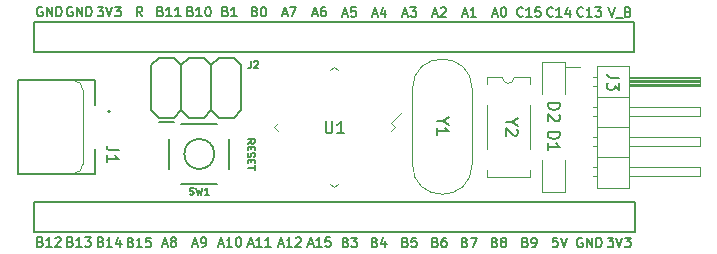
<source format=gbr>
%TF.GenerationSoftware,KiCad,Pcbnew,(5.1.9)-1*%
%TF.CreationDate,2021-02-16T15:18:36+08:00*%
%TF.ProjectId,STM32_Core_Board,53544d33-325f-4436-9f72-655f426f6172,rev?*%
%TF.SameCoordinates,Original*%
%TF.FileFunction,Legend,Top*%
%TF.FilePolarity,Positive*%
%FSLAX46Y46*%
G04 Gerber Fmt 4.6, Leading zero omitted, Abs format (unit mm)*
G04 Created by KiCad (PCBNEW (5.1.9)-1) date 2021-02-16 15:18:36*
%MOMM*%
%LPD*%
G01*
G04 APERTURE LIST*
%ADD10C,0.150000*%
%ADD11C,0.200000*%
%ADD12C,0.120000*%
%ADD13C,0.100000*%
%ADD14C,0.127000*%
%ADD15C,0.203200*%
G04 APERTURE END LIST*
D10*
X100679371Y-140989104D02*
X100946038Y-141789104D01*
X101212704Y-140989104D01*
X101288895Y-141865295D02*
X101898419Y-141865295D01*
X102355561Y-141370057D02*
X102469847Y-141408152D01*
X102507942Y-141446247D01*
X102546038Y-141522438D01*
X102546038Y-141636723D01*
X102507942Y-141712914D01*
X102469847Y-141751009D01*
X102393657Y-141789104D01*
X102088895Y-141789104D01*
X102088895Y-140989104D01*
X102355561Y-140989104D01*
X102431752Y-141027200D01*
X102469847Y-141065295D01*
X102507942Y-141141485D01*
X102507942Y-141217676D01*
X102469847Y-141293866D01*
X102431752Y-141331961D01*
X102355561Y-141370057D01*
X102088895Y-141370057D01*
X98545714Y-141712914D02*
X98507619Y-141751009D01*
X98393333Y-141789104D01*
X98317142Y-141789104D01*
X98202857Y-141751009D01*
X98126666Y-141674819D01*
X98088571Y-141598628D01*
X98050476Y-141446247D01*
X98050476Y-141331961D01*
X98088571Y-141179580D01*
X98126666Y-141103390D01*
X98202857Y-141027200D01*
X98317142Y-140989104D01*
X98393333Y-140989104D01*
X98507619Y-141027200D01*
X98545714Y-141065295D01*
X99307619Y-141789104D02*
X98850476Y-141789104D01*
X99079047Y-141789104D02*
X99079047Y-140989104D01*
X99002857Y-141103390D01*
X98926666Y-141179580D01*
X98850476Y-141217676D01*
X99574285Y-140989104D02*
X100069523Y-140989104D01*
X99802857Y-141293866D01*
X99917142Y-141293866D01*
X99993333Y-141331961D01*
X100031428Y-141370057D01*
X100069523Y-141446247D01*
X100069523Y-141636723D01*
X100031428Y-141712914D01*
X99993333Y-141751009D01*
X99917142Y-141789104D01*
X99688571Y-141789104D01*
X99612380Y-141751009D01*
X99574285Y-141712914D01*
X95980314Y-141712914D02*
X95942219Y-141751009D01*
X95827933Y-141789104D01*
X95751742Y-141789104D01*
X95637457Y-141751009D01*
X95561266Y-141674819D01*
X95523171Y-141598628D01*
X95485076Y-141446247D01*
X95485076Y-141331961D01*
X95523171Y-141179580D01*
X95561266Y-141103390D01*
X95637457Y-141027200D01*
X95751742Y-140989104D01*
X95827933Y-140989104D01*
X95942219Y-141027200D01*
X95980314Y-141065295D01*
X96742219Y-141789104D02*
X96285076Y-141789104D01*
X96513647Y-141789104D02*
X96513647Y-140989104D01*
X96437457Y-141103390D01*
X96361266Y-141179580D01*
X96285076Y-141217676D01*
X97427933Y-141255771D02*
X97427933Y-141789104D01*
X97237457Y-140951009D02*
X97046980Y-141522438D01*
X97542219Y-141522438D01*
X93440314Y-141712914D02*
X93402219Y-141751009D01*
X93287933Y-141789104D01*
X93211742Y-141789104D01*
X93097457Y-141751009D01*
X93021266Y-141674819D01*
X92983171Y-141598628D01*
X92945076Y-141446247D01*
X92945076Y-141331961D01*
X92983171Y-141179580D01*
X93021266Y-141103390D01*
X93097457Y-141027200D01*
X93211742Y-140989104D01*
X93287933Y-140989104D01*
X93402219Y-141027200D01*
X93440314Y-141065295D01*
X94202219Y-141789104D02*
X93745076Y-141789104D01*
X93973647Y-141789104D02*
X93973647Y-140989104D01*
X93897457Y-141103390D01*
X93821266Y-141179580D01*
X93745076Y-141217676D01*
X94926028Y-140989104D02*
X94545076Y-140989104D01*
X94506980Y-141370057D01*
X94545076Y-141331961D01*
X94621266Y-141293866D01*
X94811742Y-141293866D01*
X94887933Y-141331961D01*
X94926028Y-141370057D01*
X94964123Y-141446247D01*
X94964123Y-141636723D01*
X94926028Y-141712914D01*
X94887933Y-141751009D01*
X94811742Y-141789104D01*
X94621266Y-141789104D01*
X94545076Y-141751009D01*
X94506980Y-141712914D01*
X90868571Y-141560533D02*
X91249523Y-141560533D01*
X90792380Y-141789104D02*
X91059047Y-140989104D01*
X91325714Y-141789104D01*
X91744761Y-140989104D02*
X91820952Y-140989104D01*
X91897142Y-141027200D01*
X91935238Y-141065295D01*
X91973333Y-141141485D01*
X92011428Y-141293866D01*
X92011428Y-141484342D01*
X91973333Y-141636723D01*
X91935238Y-141712914D01*
X91897142Y-141751009D01*
X91820952Y-141789104D01*
X91744761Y-141789104D01*
X91668571Y-141751009D01*
X91630476Y-141712914D01*
X91592380Y-141636723D01*
X91554285Y-141484342D01*
X91554285Y-141293866D01*
X91592380Y-141141485D01*
X91630476Y-141065295D01*
X91668571Y-141027200D01*
X91744761Y-140989104D01*
X88328571Y-141560533D02*
X88709523Y-141560533D01*
X88252380Y-141789104D02*
X88519047Y-140989104D01*
X88785714Y-141789104D01*
X89471428Y-141789104D02*
X89014285Y-141789104D01*
X89242857Y-141789104D02*
X89242857Y-140989104D01*
X89166666Y-141103390D01*
X89090476Y-141179580D01*
X89014285Y-141217676D01*
X85813971Y-141560533D02*
X86194923Y-141560533D01*
X85737780Y-141789104D02*
X86004447Y-140989104D01*
X86271114Y-141789104D01*
X86499685Y-141065295D02*
X86537780Y-141027200D01*
X86613971Y-140989104D01*
X86804447Y-140989104D01*
X86880638Y-141027200D01*
X86918733Y-141065295D01*
X86956828Y-141141485D01*
X86956828Y-141217676D01*
X86918733Y-141331961D01*
X86461590Y-141789104D01*
X86956828Y-141789104D01*
X83273971Y-141560533D02*
X83654923Y-141560533D01*
X83197780Y-141789104D02*
X83464447Y-140989104D01*
X83731114Y-141789104D01*
X83921590Y-140989104D02*
X84416828Y-140989104D01*
X84150161Y-141293866D01*
X84264447Y-141293866D01*
X84340638Y-141331961D01*
X84378733Y-141370057D01*
X84416828Y-141446247D01*
X84416828Y-141636723D01*
X84378733Y-141712914D01*
X84340638Y-141751009D01*
X84264447Y-141789104D01*
X84035876Y-141789104D01*
X83959685Y-141751009D01*
X83921590Y-141712914D01*
X80708571Y-141560533D02*
X81089523Y-141560533D01*
X80632380Y-141789104D02*
X80899047Y-140989104D01*
X81165714Y-141789104D01*
X81775238Y-141255771D02*
X81775238Y-141789104D01*
X81584761Y-140951009D02*
X81394285Y-141522438D01*
X81889523Y-141522438D01*
X78168571Y-141560533D02*
X78549523Y-141560533D01*
X78092380Y-141789104D02*
X78359047Y-140989104D01*
X78625714Y-141789104D01*
X79273333Y-140989104D02*
X78892380Y-140989104D01*
X78854285Y-141370057D01*
X78892380Y-141331961D01*
X78968571Y-141293866D01*
X79159047Y-141293866D01*
X79235238Y-141331961D01*
X79273333Y-141370057D01*
X79311428Y-141446247D01*
X79311428Y-141636723D01*
X79273333Y-141712914D01*
X79235238Y-141751009D01*
X79159047Y-141789104D01*
X78968571Y-141789104D01*
X78892380Y-141751009D01*
X78854285Y-141712914D01*
X75628571Y-141535133D02*
X76009523Y-141535133D01*
X75552380Y-141763704D02*
X75819047Y-140963704D01*
X76085714Y-141763704D01*
X76695238Y-140963704D02*
X76542857Y-140963704D01*
X76466666Y-141001800D01*
X76428571Y-141039895D01*
X76352380Y-141154180D01*
X76314285Y-141306561D01*
X76314285Y-141611323D01*
X76352380Y-141687514D01*
X76390476Y-141725609D01*
X76466666Y-141763704D01*
X76619047Y-141763704D01*
X76695238Y-141725609D01*
X76733333Y-141687514D01*
X76771428Y-141611323D01*
X76771428Y-141420847D01*
X76733333Y-141344657D01*
X76695238Y-141306561D01*
X76619047Y-141268466D01*
X76466666Y-141268466D01*
X76390476Y-141306561D01*
X76352380Y-141344657D01*
X76314285Y-141420847D01*
X73088571Y-141535133D02*
X73469523Y-141535133D01*
X73012380Y-141763704D02*
X73279047Y-140963704D01*
X73545714Y-141763704D01*
X73736190Y-140963704D02*
X74269523Y-140963704D01*
X73926666Y-141763704D01*
X70770790Y-141344657D02*
X70885076Y-141382752D01*
X70923171Y-141420847D01*
X70961266Y-141497038D01*
X70961266Y-141611323D01*
X70923171Y-141687514D01*
X70885076Y-141725609D01*
X70808885Y-141763704D01*
X70504123Y-141763704D01*
X70504123Y-140963704D01*
X70770790Y-140963704D01*
X70846980Y-141001800D01*
X70885076Y-141039895D01*
X70923171Y-141116085D01*
X70923171Y-141192276D01*
X70885076Y-141268466D01*
X70846980Y-141306561D01*
X70770790Y-141344657D01*
X70504123Y-141344657D01*
X71456504Y-140963704D02*
X71532695Y-140963704D01*
X71608885Y-141001800D01*
X71646980Y-141039895D01*
X71685076Y-141116085D01*
X71723171Y-141268466D01*
X71723171Y-141458942D01*
X71685076Y-141611323D01*
X71646980Y-141687514D01*
X71608885Y-141725609D01*
X71532695Y-141763704D01*
X71456504Y-141763704D01*
X71380314Y-141725609D01*
X71342219Y-141687514D01*
X71304123Y-141611323D01*
X71266028Y-141458942D01*
X71266028Y-141268466D01*
X71304123Y-141116085D01*
X71342219Y-141039895D01*
X71380314Y-141001800D01*
X71456504Y-140963704D01*
X68256190Y-141344657D02*
X68370476Y-141382752D01*
X68408571Y-141420847D01*
X68446666Y-141497038D01*
X68446666Y-141611323D01*
X68408571Y-141687514D01*
X68370476Y-141725609D01*
X68294285Y-141763704D01*
X67989523Y-141763704D01*
X67989523Y-140963704D01*
X68256190Y-140963704D01*
X68332380Y-141001800D01*
X68370476Y-141039895D01*
X68408571Y-141116085D01*
X68408571Y-141192276D01*
X68370476Y-141268466D01*
X68332380Y-141306561D01*
X68256190Y-141344657D01*
X67989523Y-141344657D01*
X69208571Y-141763704D02*
X68751428Y-141763704D01*
X68980000Y-141763704D02*
X68980000Y-140963704D01*
X68903809Y-141077990D01*
X68827619Y-141154180D01*
X68751428Y-141192276D01*
X65309838Y-141344657D02*
X65424123Y-141382752D01*
X65462219Y-141420847D01*
X65500314Y-141497038D01*
X65500314Y-141611323D01*
X65462219Y-141687514D01*
X65424123Y-141725609D01*
X65347933Y-141763704D01*
X65043171Y-141763704D01*
X65043171Y-140963704D01*
X65309838Y-140963704D01*
X65386028Y-141001800D01*
X65424123Y-141039895D01*
X65462219Y-141116085D01*
X65462219Y-141192276D01*
X65424123Y-141268466D01*
X65386028Y-141306561D01*
X65309838Y-141344657D01*
X65043171Y-141344657D01*
X66262219Y-141763704D02*
X65805076Y-141763704D01*
X66033647Y-141763704D02*
X66033647Y-140963704D01*
X65957457Y-141077990D01*
X65881266Y-141154180D01*
X65805076Y-141192276D01*
X66757457Y-140963704D02*
X66833647Y-140963704D01*
X66909838Y-141001800D01*
X66947933Y-141039895D01*
X66986028Y-141116085D01*
X67024123Y-141268466D01*
X67024123Y-141458942D01*
X66986028Y-141611323D01*
X66947933Y-141687514D01*
X66909838Y-141725609D01*
X66833647Y-141763704D01*
X66757457Y-141763704D01*
X66681266Y-141725609D01*
X66643171Y-141687514D01*
X66605076Y-141611323D01*
X66566980Y-141458942D01*
X66566980Y-141268466D01*
X66605076Y-141116085D01*
X66643171Y-141039895D01*
X66681266Y-141001800D01*
X66757457Y-140963704D01*
X62769838Y-141344657D02*
X62884123Y-141382752D01*
X62922219Y-141420847D01*
X62960314Y-141497038D01*
X62960314Y-141611323D01*
X62922219Y-141687514D01*
X62884123Y-141725609D01*
X62807933Y-141763704D01*
X62503171Y-141763704D01*
X62503171Y-140963704D01*
X62769838Y-140963704D01*
X62846028Y-141001800D01*
X62884123Y-141039895D01*
X62922219Y-141116085D01*
X62922219Y-141192276D01*
X62884123Y-141268466D01*
X62846028Y-141306561D01*
X62769838Y-141344657D01*
X62503171Y-141344657D01*
X63722219Y-141763704D02*
X63265076Y-141763704D01*
X63493647Y-141763704D02*
X63493647Y-140963704D01*
X63417457Y-141077990D01*
X63341266Y-141154180D01*
X63265076Y-141192276D01*
X64484123Y-141763704D02*
X64026980Y-141763704D01*
X64255552Y-141763704D02*
X64255552Y-140963704D01*
X64179361Y-141077990D01*
X64103171Y-141154180D01*
X64026980Y-141192276D01*
X61207619Y-141763704D02*
X60940952Y-141382752D01*
X60750476Y-141763704D02*
X60750476Y-140963704D01*
X61055238Y-140963704D01*
X61131428Y-141001800D01*
X61169523Y-141039895D01*
X61207619Y-141116085D01*
X61207619Y-141230371D01*
X61169523Y-141306561D01*
X61131428Y-141344657D01*
X61055238Y-141382752D01*
X60750476Y-141382752D01*
X57429523Y-140963704D02*
X57924761Y-140963704D01*
X57658095Y-141268466D01*
X57772380Y-141268466D01*
X57848571Y-141306561D01*
X57886666Y-141344657D01*
X57924761Y-141420847D01*
X57924761Y-141611323D01*
X57886666Y-141687514D01*
X57848571Y-141725609D01*
X57772380Y-141763704D01*
X57543809Y-141763704D01*
X57467619Y-141725609D01*
X57429523Y-141687514D01*
X58153333Y-140963704D02*
X58420000Y-141763704D01*
X58686666Y-140963704D01*
X58877142Y-140963704D02*
X59372380Y-140963704D01*
X59105714Y-141268466D01*
X59220000Y-141268466D01*
X59296190Y-141306561D01*
X59334285Y-141344657D01*
X59372380Y-141420847D01*
X59372380Y-141611323D01*
X59334285Y-141687514D01*
X59296190Y-141725609D01*
X59220000Y-141763704D01*
X58991428Y-141763704D01*
X58915238Y-141725609D01*
X58877142Y-141687514D01*
X55270476Y-141001800D02*
X55194285Y-140963704D01*
X55080000Y-140963704D01*
X54965714Y-141001800D01*
X54889523Y-141077990D01*
X54851428Y-141154180D01*
X54813333Y-141306561D01*
X54813333Y-141420847D01*
X54851428Y-141573228D01*
X54889523Y-141649419D01*
X54965714Y-141725609D01*
X55080000Y-141763704D01*
X55156190Y-141763704D01*
X55270476Y-141725609D01*
X55308571Y-141687514D01*
X55308571Y-141420847D01*
X55156190Y-141420847D01*
X55651428Y-141763704D02*
X55651428Y-140963704D01*
X56108571Y-141763704D01*
X56108571Y-140963704D01*
X56489523Y-141763704D02*
X56489523Y-140963704D01*
X56680000Y-140963704D01*
X56794285Y-141001800D01*
X56870476Y-141077990D01*
X56908571Y-141154180D01*
X56946666Y-141306561D01*
X56946666Y-141420847D01*
X56908571Y-141573228D01*
X56870476Y-141649419D01*
X56794285Y-141725609D01*
X56680000Y-141763704D01*
X56489523Y-141763704D01*
X52730476Y-141001800D02*
X52654285Y-140963704D01*
X52540000Y-140963704D01*
X52425714Y-141001800D01*
X52349523Y-141077990D01*
X52311428Y-141154180D01*
X52273333Y-141306561D01*
X52273333Y-141420847D01*
X52311428Y-141573228D01*
X52349523Y-141649419D01*
X52425714Y-141725609D01*
X52540000Y-141763704D01*
X52616190Y-141763704D01*
X52730476Y-141725609D01*
X52768571Y-141687514D01*
X52768571Y-141420847D01*
X52616190Y-141420847D01*
X53111428Y-141763704D02*
X53111428Y-140963704D01*
X53568571Y-141763704D01*
X53568571Y-140963704D01*
X53949523Y-141763704D02*
X53949523Y-140963704D01*
X54140000Y-140963704D01*
X54254285Y-141001800D01*
X54330476Y-141077990D01*
X54368571Y-141154180D01*
X54406666Y-141306561D01*
X54406666Y-141420847D01*
X54368571Y-141573228D01*
X54330476Y-141649419D01*
X54254285Y-141725609D01*
X54140000Y-141763704D01*
X53949523Y-141763704D01*
D11*
X52070000Y-144780000D02*
X52070000Y-142240000D01*
X102870000Y-144780000D02*
X52070000Y-144780000D01*
X102870000Y-142240000D02*
X102870000Y-144780000D01*
X52070000Y-142240000D02*
X102870000Y-142240000D01*
D10*
X100609523Y-160496304D02*
X101104761Y-160496304D01*
X100838095Y-160801066D01*
X100952380Y-160801066D01*
X101028571Y-160839161D01*
X101066666Y-160877257D01*
X101104761Y-160953447D01*
X101104761Y-161143923D01*
X101066666Y-161220114D01*
X101028571Y-161258209D01*
X100952380Y-161296304D01*
X100723809Y-161296304D01*
X100647619Y-161258209D01*
X100609523Y-161220114D01*
X101333333Y-160496304D02*
X101600000Y-161296304D01*
X101866666Y-160496304D01*
X102057142Y-160496304D02*
X102552380Y-160496304D01*
X102285714Y-160801066D01*
X102400000Y-160801066D01*
X102476190Y-160839161D01*
X102514285Y-160877257D01*
X102552380Y-160953447D01*
X102552380Y-161143923D01*
X102514285Y-161220114D01*
X102476190Y-161258209D01*
X102400000Y-161296304D01*
X102171428Y-161296304D01*
X102095238Y-161258209D01*
X102057142Y-161220114D01*
X98450476Y-160534400D02*
X98374285Y-160496304D01*
X98260000Y-160496304D01*
X98145714Y-160534400D01*
X98069523Y-160610590D01*
X98031428Y-160686780D01*
X97993333Y-160839161D01*
X97993333Y-160953447D01*
X98031428Y-161105828D01*
X98069523Y-161182019D01*
X98145714Y-161258209D01*
X98260000Y-161296304D01*
X98336190Y-161296304D01*
X98450476Y-161258209D01*
X98488571Y-161220114D01*
X98488571Y-160953447D01*
X98336190Y-160953447D01*
X98831428Y-161296304D02*
X98831428Y-160496304D01*
X99288571Y-161296304D01*
X99288571Y-160496304D01*
X99669523Y-161296304D02*
X99669523Y-160496304D01*
X99860000Y-160496304D01*
X99974285Y-160534400D01*
X100050476Y-160610590D01*
X100088571Y-160686780D01*
X100126666Y-160839161D01*
X100126666Y-160953447D01*
X100088571Y-161105828D01*
X100050476Y-161182019D01*
X99974285Y-161258209D01*
X99860000Y-161296304D01*
X99669523Y-161296304D01*
X96367619Y-160496304D02*
X95986666Y-160496304D01*
X95948571Y-160877257D01*
X95986666Y-160839161D01*
X96062857Y-160801066D01*
X96253333Y-160801066D01*
X96329523Y-160839161D01*
X96367619Y-160877257D01*
X96405714Y-160953447D01*
X96405714Y-161143923D01*
X96367619Y-161220114D01*
X96329523Y-161258209D01*
X96253333Y-161296304D01*
X96062857Y-161296304D01*
X95986666Y-161258209D01*
X95948571Y-161220114D01*
X96634285Y-160496304D02*
X96900952Y-161296304D01*
X97167619Y-160496304D01*
X93656190Y-160877257D02*
X93770476Y-160915352D01*
X93808571Y-160953447D01*
X93846666Y-161029638D01*
X93846666Y-161143923D01*
X93808571Y-161220114D01*
X93770476Y-161258209D01*
X93694285Y-161296304D01*
X93389523Y-161296304D01*
X93389523Y-160496304D01*
X93656190Y-160496304D01*
X93732380Y-160534400D01*
X93770476Y-160572495D01*
X93808571Y-160648685D01*
X93808571Y-160724876D01*
X93770476Y-160801066D01*
X93732380Y-160839161D01*
X93656190Y-160877257D01*
X93389523Y-160877257D01*
X94227619Y-161296304D02*
X94380000Y-161296304D01*
X94456190Y-161258209D01*
X94494285Y-161220114D01*
X94570476Y-161105828D01*
X94608571Y-160953447D01*
X94608571Y-160648685D01*
X94570476Y-160572495D01*
X94532380Y-160534400D01*
X94456190Y-160496304D01*
X94303809Y-160496304D01*
X94227619Y-160534400D01*
X94189523Y-160572495D01*
X94151428Y-160648685D01*
X94151428Y-160839161D01*
X94189523Y-160915352D01*
X94227619Y-160953447D01*
X94303809Y-160991542D01*
X94456190Y-160991542D01*
X94532380Y-160953447D01*
X94570476Y-160915352D01*
X94608571Y-160839161D01*
X91090790Y-160877257D02*
X91205076Y-160915352D01*
X91243171Y-160953447D01*
X91281266Y-161029638D01*
X91281266Y-161143923D01*
X91243171Y-161220114D01*
X91205076Y-161258209D01*
X91128885Y-161296304D01*
X90824123Y-161296304D01*
X90824123Y-160496304D01*
X91090790Y-160496304D01*
X91166980Y-160534400D01*
X91205076Y-160572495D01*
X91243171Y-160648685D01*
X91243171Y-160724876D01*
X91205076Y-160801066D01*
X91166980Y-160839161D01*
X91090790Y-160877257D01*
X90824123Y-160877257D01*
X91738409Y-160839161D02*
X91662219Y-160801066D01*
X91624123Y-160762971D01*
X91586028Y-160686780D01*
X91586028Y-160648685D01*
X91624123Y-160572495D01*
X91662219Y-160534400D01*
X91738409Y-160496304D01*
X91890790Y-160496304D01*
X91966980Y-160534400D01*
X92005076Y-160572495D01*
X92043171Y-160648685D01*
X92043171Y-160686780D01*
X92005076Y-160762971D01*
X91966980Y-160801066D01*
X91890790Y-160839161D01*
X91738409Y-160839161D01*
X91662219Y-160877257D01*
X91624123Y-160915352D01*
X91586028Y-160991542D01*
X91586028Y-161143923D01*
X91624123Y-161220114D01*
X91662219Y-161258209D01*
X91738409Y-161296304D01*
X91890790Y-161296304D01*
X91966980Y-161258209D01*
X92005076Y-161220114D01*
X92043171Y-161143923D01*
X92043171Y-160991542D01*
X92005076Y-160915352D01*
X91966980Y-160877257D01*
X91890790Y-160839161D01*
X88550790Y-160877257D02*
X88665076Y-160915352D01*
X88703171Y-160953447D01*
X88741266Y-161029638D01*
X88741266Y-161143923D01*
X88703171Y-161220114D01*
X88665076Y-161258209D01*
X88588885Y-161296304D01*
X88284123Y-161296304D01*
X88284123Y-160496304D01*
X88550790Y-160496304D01*
X88626980Y-160534400D01*
X88665076Y-160572495D01*
X88703171Y-160648685D01*
X88703171Y-160724876D01*
X88665076Y-160801066D01*
X88626980Y-160839161D01*
X88550790Y-160877257D01*
X88284123Y-160877257D01*
X89007933Y-160496304D02*
X89541266Y-160496304D01*
X89198409Y-161296304D01*
X86036190Y-160877257D02*
X86150476Y-160915352D01*
X86188571Y-160953447D01*
X86226666Y-161029638D01*
X86226666Y-161143923D01*
X86188571Y-161220114D01*
X86150476Y-161258209D01*
X86074285Y-161296304D01*
X85769523Y-161296304D01*
X85769523Y-160496304D01*
X86036190Y-160496304D01*
X86112380Y-160534400D01*
X86150476Y-160572495D01*
X86188571Y-160648685D01*
X86188571Y-160724876D01*
X86150476Y-160801066D01*
X86112380Y-160839161D01*
X86036190Y-160877257D01*
X85769523Y-160877257D01*
X86912380Y-160496304D02*
X86760000Y-160496304D01*
X86683809Y-160534400D01*
X86645714Y-160572495D01*
X86569523Y-160686780D01*
X86531428Y-160839161D01*
X86531428Y-161143923D01*
X86569523Y-161220114D01*
X86607619Y-161258209D01*
X86683809Y-161296304D01*
X86836190Y-161296304D01*
X86912380Y-161258209D01*
X86950476Y-161220114D01*
X86988571Y-161143923D01*
X86988571Y-160953447D01*
X86950476Y-160877257D01*
X86912380Y-160839161D01*
X86836190Y-160801066D01*
X86683809Y-160801066D01*
X86607619Y-160839161D01*
X86569523Y-160877257D01*
X86531428Y-160953447D01*
X83496190Y-160877257D02*
X83610476Y-160915352D01*
X83648571Y-160953447D01*
X83686666Y-161029638D01*
X83686666Y-161143923D01*
X83648571Y-161220114D01*
X83610476Y-161258209D01*
X83534285Y-161296304D01*
X83229523Y-161296304D01*
X83229523Y-160496304D01*
X83496190Y-160496304D01*
X83572380Y-160534400D01*
X83610476Y-160572495D01*
X83648571Y-160648685D01*
X83648571Y-160724876D01*
X83610476Y-160801066D01*
X83572380Y-160839161D01*
X83496190Y-160877257D01*
X83229523Y-160877257D01*
X84410476Y-160496304D02*
X84029523Y-160496304D01*
X83991428Y-160877257D01*
X84029523Y-160839161D01*
X84105714Y-160801066D01*
X84296190Y-160801066D01*
X84372380Y-160839161D01*
X84410476Y-160877257D01*
X84448571Y-160953447D01*
X84448571Y-161143923D01*
X84410476Y-161220114D01*
X84372380Y-161258209D01*
X84296190Y-161296304D01*
X84105714Y-161296304D01*
X84029523Y-161258209D01*
X83991428Y-161220114D01*
X80930790Y-160877257D02*
X81045076Y-160915352D01*
X81083171Y-160953447D01*
X81121266Y-161029638D01*
X81121266Y-161143923D01*
X81083171Y-161220114D01*
X81045076Y-161258209D01*
X80968885Y-161296304D01*
X80664123Y-161296304D01*
X80664123Y-160496304D01*
X80930790Y-160496304D01*
X81006980Y-160534400D01*
X81045076Y-160572495D01*
X81083171Y-160648685D01*
X81083171Y-160724876D01*
X81045076Y-160801066D01*
X81006980Y-160839161D01*
X80930790Y-160877257D01*
X80664123Y-160877257D01*
X81806980Y-160762971D02*
X81806980Y-161296304D01*
X81616504Y-160458209D02*
X81426028Y-161029638D01*
X81921266Y-161029638D01*
X78441590Y-160877257D02*
X78555876Y-160915352D01*
X78593971Y-160953447D01*
X78632066Y-161029638D01*
X78632066Y-161143923D01*
X78593971Y-161220114D01*
X78555876Y-161258209D01*
X78479685Y-161296304D01*
X78174923Y-161296304D01*
X78174923Y-160496304D01*
X78441590Y-160496304D01*
X78517780Y-160534400D01*
X78555876Y-160572495D01*
X78593971Y-160648685D01*
X78593971Y-160724876D01*
X78555876Y-160801066D01*
X78517780Y-160839161D01*
X78441590Y-160877257D01*
X78174923Y-160877257D01*
X78898733Y-160496304D02*
X79393971Y-160496304D01*
X79127304Y-160801066D01*
X79241590Y-160801066D01*
X79317780Y-160839161D01*
X79355876Y-160877257D01*
X79393971Y-160953447D01*
X79393971Y-161143923D01*
X79355876Y-161220114D01*
X79317780Y-161258209D01*
X79241590Y-161296304D01*
X79013019Y-161296304D01*
X78936828Y-161258209D01*
X78898733Y-161220114D01*
X75273019Y-161042333D02*
X75653971Y-161042333D01*
X75196828Y-161270904D02*
X75463495Y-160470904D01*
X75730161Y-161270904D01*
X76415876Y-161270904D02*
X75958733Y-161270904D01*
X76187304Y-161270904D02*
X76187304Y-160470904D01*
X76111114Y-160585190D01*
X76034923Y-160661380D01*
X75958733Y-160699476D01*
X77139685Y-160470904D02*
X76758733Y-160470904D01*
X76720638Y-160851857D01*
X76758733Y-160813761D01*
X76834923Y-160775666D01*
X77025400Y-160775666D01*
X77101590Y-160813761D01*
X77139685Y-160851857D01*
X77177780Y-160928047D01*
X77177780Y-161118523D01*
X77139685Y-161194714D01*
X77101590Y-161232809D01*
X77025400Y-161270904D01*
X76834923Y-161270904D01*
X76758733Y-161232809D01*
X76720638Y-161194714D01*
X72758419Y-161042333D02*
X73139371Y-161042333D01*
X72682228Y-161270904D02*
X72948895Y-160470904D01*
X73215561Y-161270904D01*
X73901276Y-161270904D02*
X73444133Y-161270904D01*
X73672704Y-161270904D02*
X73672704Y-160470904D01*
X73596514Y-160585190D01*
X73520323Y-160661380D01*
X73444133Y-160699476D01*
X74206038Y-160547095D02*
X74244133Y-160509000D01*
X74320323Y-160470904D01*
X74510800Y-160470904D01*
X74586990Y-160509000D01*
X74625085Y-160547095D01*
X74663180Y-160623285D01*
X74663180Y-160699476D01*
X74625085Y-160813761D01*
X74167942Y-161270904D01*
X74663180Y-161270904D01*
X70193019Y-161042333D02*
X70573971Y-161042333D01*
X70116828Y-161270904D02*
X70383495Y-160470904D01*
X70650161Y-161270904D01*
X71335876Y-161270904D02*
X70878733Y-161270904D01*
X71107304Y-161270904D02*
X71107304Y-160470904D01*
X71031114Y-160585190D01*
X70954923Y-160661380D01*
X70878733Y-160699476D01*
X72097780Y-161270904D02*
X71640638Y-161270904D01*
X71869209Y-161270904D02*
X71869209Y-160470904D01*
X71793019Y-160585190D01*
X71716828Y-160661380D01*
X71640638Y-160699476D01*
X67678419Y-161042333D02*
X68059371Y-161042333D01*
X67602228Y-161270904D02*
X67868895Y-160470904D01*
X68135561Y-161270904D01*
X68821276Y-161270904D02*
X68364133Y-161270904D01*
X68592704Y-161270904D02*
X68592704Y-160470904D01*
X68516514Y-160585190D01*
X68440323Y-160661380D01*
X68364133Y-160699476D01*
X69316514Y-160470904D02*
X69392704Y-160470904D01*
X69468895Y-160509000D01*
X69506990Y-160547095D01*
X69545085Y-160623285D01*
X69583180Y-160775666D01*
X69583180Y-160966142D01*
X69545085Y-161118523D01*
X69506990Y-161194714D01*
X69468895Y-161232809D01*
X69392704Y-161270904D01*
X69316514Y-161270904D01*
X69240323Y-161232809D01*
X69202228Y-161194714D01*
X69164133Y-161118523D01*
X69126038Y-160966142D01*
X69126038Y-160775666D01*
X69164133Y-160623285D01*
X69202228Y-160547095D01*
X69240323Y-160509000D01*
X69316514Y-160470904D01*
X65468571Y-161042333D02*
X65849523Y-161042333D01*
X65392380Y-161270904D02*
X65659047Y-160470904D01*
X65925714Y-161270904D01*
X66230476Y-161270904D02*
X66382857Y-161270904D01*
X66459047Y-161232809D01*
X66497142Y-161194714D01*
X66573333Y-161080428D01*
X66611428Y-160928047D01*
X66611428Y-160623285D01*
X66573333Y-160547095D01*
X66535238Y-160509000D01*
X66459047Y-160470904D01*
X66306666Y-160470904D01*
X66230476Y-160509000D01*
X66192380Y-160547095D01*
X66154285Y-160623285D01*
X66154285Y-160813761D01*
X66192380Y-160889952D01*
X66230476Y-160928047D01*
X66306666Y-160966142D01*
X66459047Y-160966142D01*
X66535238Y-160928047D01*
X66573333Y-160889952D01*
X66611428Y-160813761D01*
X62928571Y-161042333D02*
X63309523Y-161042333D01*
X62852380Y-161270904D02*
X63119047Y-160470904D01*
X63385714Y-161270904D01*
X63766666Y-160813761D02*
X63690476Y-160775666D01*
X63652380Y-160737571D01*
X63614285Y-160661380D01*
X63614285Y-160623285D01*
X63652380Y-160547095D01*
X63690476Y-160509000D01*
X63766666Y-160470904D01*
X63919047Y-160470904D01*
X63995238Y-160509000D01*
X64033333Y-160547095D01*
X64071428Y-160623285D01*
X64071428Y-160661380D01*
X64033333Y-160737571D01*
X63995238Y-160775666D01*
X63919047Y-160813761D01*
X63766666Y-160813761D01*
X63690476Y-160851857D01*
X63652380Y-160889952D01*
X63614285Y-160966142D01*
X63614285Y-161118523D01*
X63652380Y-161194714D01*
X63690476Y-161232809D01*
X63766666Y-161270904D01*
X63919047Y-161270904D01*
X63995238Y-161232809D01*
X64033333Y-161194714D01*
X64071428Y-161118523D01*
X64071428Y-160966142D01*
X64033333Y-160889952D01*
X63995238Y-160851857D01*
X63919047Y-160813761D01*
X60255238Y-160877257D02*
X60369523Y-160915352D01*
X60407619Y-160953447D01*
X60445714Y-161029638D01*
X60445714Y-161143923D01*
X60407619Y-161220114D01*
X60369523Y-161258209D01*
X60293333Y-161296304D01*
X59988571Y-161296304D01*
X59988571Y-160496304D01*
X60255238Y-160496304D01*
X60331428Y-160534400D01*
X60369523Y-160572495D01*
X60407619Y-160648685D01*
X60407619Y-160724876D01*
X60369523Y-160801066D01*
X60331428Y-160839161D01*
X60255238Y-160877257D01*
X59988571Y-160877257D01*
X61207619Y-161296304D02*
X60750476Y-161296304D01*
X60979047Y-161296304D02*
X60979047Y-160496304D01*
X60902857Y-160610590D01*
X60826666Y-160686780D01*
X60750476Y-160724876D01*
X61931428Y-160496304D02*
X61550476Y-160496304D01*
X61512380Y-160877257D01*
X61550476Y-160839161D01*
X61626666Y-160801066D01*
X61817142Y-160801066D01*
X61893333Y-160839161D01*
X61931428Y-160877257D01*
X61969523Y-160953447D01*
X61969523Y-161143923D01*
X61931428Y-161220114D01*
X61893333Y-161258209D01*
X61817142Y-161296304D01*
X61626666Y-161296304D01*
X61550476Y-161258209D01*
X61512380Y-161220114D01*
X57715238Y-160851857D02*
X57829523Y-160889952D01*
X57867619Y-160928047D01*
X57905714Y-161004238D01*
X57905714Y-161118523D01*
X57867619Y-161194714D01*
X57829523Y-161232809D01*
X57753333Y-161270904D01*
X57448571Y-161270904D01*
X57448571Y-160470904D01*
X57715238Y-160470904D01*
X57791428Y-160509000D01*
X57829523Y-160547095D01*
X57867619Y-160623285D01*
X57867619Y-160699476D01*
X57829523Y-160775666D01*
X57791428Y-160813761D01*
X57715238Y-160851857D01*
X57448571Y-160851857D01*
X58667619Y-161270904D02*
X58210476Y-161270904D01*
X58439047Y-161270904D02*
X58439047Y-160470904D01*
X58362857Y-160585190D01*
X58286666Y-160661380D01*
X58210476Y-160699476D01*
X59353333Y-160737571D02*
X59353333Y-161270904D01*
X59162857Y-160432809D02*
X58972380Y-161004238D01*
X59467619Y-161004238D01*
X55149838Y-160851857D02*
X55264123Y-160889952D01*
X55302219Y-160928047D01*
X55340314Y-161004238D01*
X55340314Y-161118523D01*
X55302219Y-161194714D01*
X55264123Y-161232809D01*
X55187933Y-161270904D01*
X54883171Y-161270904D01*
X54883171Y-160470904D01*
X55149838Y-160470904D01*
X55226028Y-160509000D01*
X55264123Y-160547095D01*
X55302219Y-160623285D01*
X55302219Y-160699476D01*
X55264123Y-160775666D01*
X55226028Y-160813761D01*
X55149838Y-160851857D01*
X54883171Y-160851857D01*
X56102219Y-161270904D02*
X55645076Y-161270904D01*
X55873647Y-161270904D02*
X55873647Y-160470904D01*
X55797457Y-160585190D01*
X55721266Y-160661380D01*
X55645076Y-160699476D01*
X56368885Y-160470904D02*
X56864123Y-160470904D01*
X56597457Y-160775666D01*
X56711742Y-160775666D01*
X56787933Y-160813761D01*
X56826028Y-160851857D01*
X56864123Y-160928047D01*
X56864123Y-161118523D01*
X56826028Y-161194714D01*
X56787933Y-161232809D01*
X56711742Y-161270904D01*
X56483171Y-161270904D01*
X56406980Y-161232809D01*
X56368885Y-161194714D01*
X52609838Y-160851857D02*
X52724123Y-160889952D01*
X52762219Y-160928047D01*
X52800314Y-161004238D01*
X52800314Y-161118523D01*
X52762219Y-161194714D01*
X52724123Y-161232809D01*
X52647933Y-161270904D01*
X52343171Y-161270904D01*
X52343171Y-160470904D01*
X52609838Y-160470904D01*
X52686028Y-160509000D01*
X52724123Y-160547095D01*
X52762219Y-160623285D01*
X52762219Y-160699476D01*
X52724123Y-160775666D01*
X52686028Y-160813761D01*
X52609838Y-160851857D01*
X52343171Y-160851857D01*
X53562219Y-161270904D02*
X53105076Y-161270904D01*
X53333647Y-161270904D02*
X53333647Y-160470904D01*
X53257457Y-160585190D01*
X53181266Y-160661380D01*
X53105076Y-160699476D01*
X53866980Y-160547095D02*
X53905076Y-160509000D01*
X53981266Y-160470904D01*
X54171742Y-160470904D01*
X54247933Y-160509000D01*
X54286028Y-160547095D01*
X54324123Y-160623285D01*
X54324123Y-160699476D01*
X54286028Y-160813761D01*
X53828885Y-161270904D01*
X54324123Y-161270904D01*
D11*
X52070000Y-159994600D02*
X52070000Y-157480000D01*
X102895400Y-160020000D02*
X52070000Y-159994600D01*
X102895400Y-157480000D02*
X102895400Y-160020000D01*
X52070000Y-157480000D02*
X102895400Y-157480000D01*
D12*
%TO.C,U1*%
X72682887Y-150811802D02*
X72364689Y-151130000D01*
X72364689Y-151130000D02*
X72682887Y-151448198D01*
X77151802Y-146342887D02*
X77470000Y-146024689D01*
X77470000Y-146024689D02*
X77788198Y-146342887D01*
X77788198Y-155917113D02*
X77470000Y-156235311D01*
X77470000Y-156235311D02*
X77151802Y-155917113D01*
X82257113Y-151448198D02*
X82575311Y-151130000D01*
X82575311Y-151130000D02*
X82257113Y-150811802D01*
X82257113Y-150811802D02*
X83169281Y-149899634D01*
D13*
%TO.C,J1*%
X50680000Y-147180000D02*
X55380000Y-147180000D01*
X56180000Y-147980000D02*
X56180000Y-154280000D01*
X55380000Y-155080000D02*
X50680000Y-155080000D01*
D14*
X50680000Y-147130000D02*
X50680000Y-155130000D01*
X57180000Y-147130000D02*
X57180000Y-149290000D01*
X57180000Y-152970000D02*
X57180000Y-155130000D01*
X57180000Y-147130000D02*
X50680000Y-147130000D01*
X57180000Y-155130000D02*
X50680000Y-155130000D01*
D13*
X50680000Y-147180000D02*
X50680000Y-155080000D01*
D11*
X58500000Y-149830000D02*
G75*
G03*
X58500000Y-149830000I-100000J0D01*
G01*
D13*
X55380000Y-147180000D02*
G75*
G02*
X56180000Y-147980000I0J-800000D01*
G01*
X56180000Y-154280000D02*
G75*
G02*
X55380000Y-155080000I-800000J0D01*
G01*
D12*
%TO.C,Y2*%
X90402000Y-153030000D02*
X90402000Y-149230000D01*
X90402000Y-146930000D02*
X90402000Y-147530000D01*
X94002000Y-146930000D02*
X94002000Y-147530000D01*
X90402000Y-146930000D02*
X91702000Y-146930000D01*
X92702000Y-146930000D02*
X94002000Y-146930000D01*
X94002000Y-149230000D02*
X94002000Y-153030000D01*
X90402000Y-155330000D02*
X90402000Y-154730000D01*
X94002000Y-155330000D02*
X90402000Y-155330000D01*
X94002000Y-154730000D02*
X94002000Y-155330000D01*
X91702000Y-146930000D02*
G75*
G03*
X92702000Y-146930000I500000J0D01*
G01*
%TO.C,Y1*%
X84089000Y-154303000D02*
X84089000Y-147903000D01*
X89139000Y-154303000D02*
X89139000Y-147903000D01*
X89139000Y-147903000D02*
G75*
G03*
X84089000Y-147903000I-2525000J0D01*
G01*
X89139000Y-154303000D02*
G75*
G02*
X84089000Y-154303000I-2525000J0D01*
G01*
D15*
%TO.C,SW1*%
X67310000Y-153416000D02*
G75*
G03*
X67310000Y-153416000I-1270000J0D01*
G01*
X64500760Y-150876000D02*
X67579240Y-150876000D01*
X63500000Y-154655520D02*
X63500000Y-152176480D01*
X67579240Y-155956000D02*
X64500760Y-155956000D01*
X68580000Y-152176480D02*
X68580000Y-154686000D01*
D12*
%TO.C,J3*%
X99738000Y-145990000D02*
X99738000Y-156270000D01*
X99738000Y-156270000D02*
X102398000Y-156270000D01*
X102398000Y-156270000D02*
X102398000Y-145990000D01*
X102398000Y-145990000D02*
X99738000Y-145990000D01*
X102398000Y-146940000D02*
X108398000Y-146940000D01*
X108398000Y-146940000D02*
X108398000Y-147700000D01*
X108398000Y-147700000D02*
X102398000Y-147700000D01*
X102398000Y-147000000D02*
X108398000Y-147000000D01*
X102398000Y-147120000D02*
X108398000Y-147120000D01*
X102398000Y-147240000D02*
X108398000Y-147240000D01*
X102398000Y-147360000D02*
X108398000Y-147360000D01*
X102398000Y-147480000D02*
X108398000Y-147480000D01*
X102398000Y-147600000D02*
X108398000Y-147600000D01*
X99408000Y-146940000D02*
X99738000Y-146940000D01*
X99408000Y-147700000D02*
X99738000Y-147700000D01*
X99738000Y-148590000D02*
X102398000Y-148590000D01*
X102398000Y-149480000D02*
X108398000Y-149480000D01*
X108398000Y-149480000D02*
X108398000Y-150240000D01*
X108398000Y-150240000D02*
X102398000Y-150240000D01*
X99340929Y-149480000D02*
X99738000Y-149480000D01*
X99340929Y-150240000D02*
X99738000Y-150240000D01*
X99738000Y-151130000D02*
X102398000Y-151130000D01*
X102398000Y-152020000D02*
X108398000Y-152020000D01*
X108398000Y-152020000D02*
X108398000Y-152780000D01*
X108398000Y-152780000D02*
X102398000Y-152780000D01*
X99340929Y-152020000D02*
X99738000Y-152020000D01*
X99340929Y-152780000D02*
X99738000Y-152780000D01*
X99738000Y-153670000D02*
X102398000Y-153670000D01*
X102398000Y-154560000D02*
X108398000Y-154560000D01*
X108398000Y-154560000D02*
X108398000Y-155320000D01*
X108398000Y-155320000D02*
X102398000Y-155320000D01*
X99340929Y-154560000D02*
X99738000Y-154560000D01*
X99340929Y-155320000D02*
X99738000Y-155320000D01*
X97028000Y-147320000D02*
X97028000Y-146050000D01*
X97028000Y-146050000D02*
X98298000Y-146050000D01*
D15*
%TO.C,J2*%
X62611000Y-150700740D02*
X63881000Y-150700740D01*
X63881000Y-150700740D02*
X62611000Y-150700740D01*
X62611000Y-150368000D02*
X63881000Y-150368000D01*
X65151000Y-150368000D02*
X66421000Y-150368000D01*
X67691000Y-150368000D02*
X68961000Y-150368000D01*
X69596000Y-145923000D02*
X69596000Y-149733000D01*
X67056000Y-145923000D02*
X67056000Y-149733000D01*
X64516000Y-145923000D02*
X64516000Y-149733000D01*
X68961000Y-145288000D02*
X69596000Y-145923000D01*
X67691000Y-145288000D02*
X68961000Y-145288000D01*
X67056000Y-145923000D02*
X67691000Y-145288000D01*
X66421000Y-145288000D02*
X67056000Y-145923000D01*
X65151000Y-145288000D02*
X66421000Y-145288000D01*
X64516000Y-145923000D02*
X65151000Y-145288000D01*
X63881000Y-145288000D02*
X64516000Y-145923000D01*
X62611000Y-145288000D02*
X63881000Y-145288000D01*
X61976000Y-145923000D02*
X62611000Y-145288000D01*
X61976000Y-149733000D02*
X61976000Y-145923000D01*
X68961000Y-150368000D02*
X69596000Y-149733000D01*
X67056000Y-149733000D02*
X67691000Y-150368000D01*
X66421000Y-150368000D02*
X67056000Y-149733000D01*
X64516000Y-149733000D02*
X65151000Y-150368000D01*
X63881000Y-150368000D02*
X64516000Y-149733000D01*
X61976000Y-149733000D02*
X62611000Y-150368000D01*
D12*
%TO.C,D2*%
X96972000Y-148320000D02*
X96972000Y-145635000D01*
X96972000Y-145635000D02*
X95052000Y-145635000D01*
X95052000Y-145635000D02*
X95052000Y-148320000D01*
%TO.C,D1*%
X95052000Y-153940000D02*
X95052000Y-156625000D01*
X95052000Y-156625000D02*
X96972000Y-156625000D01*
X96972000Y-156625000D02*
X96972000Y-153940000D01*
%TO.C,U1*%
D10*
X76733495Y-150658580D02*
X76733495Y-151468104D01*
X76781114Y-151563342D01*
X76828733Y-151610961D01*
X76923971Y-151658580D01*
X77114447Y-151658580D01*
X77209685Y-151610961D01*
X77257304Y-151563342D01*
X77304923Y-151468104D01*
X77304923Y-150658580D01*
X78304923Y-151658580D02*
X77733495Y-151658580D01*
X78019209Y-151658580D02*
X78019209Y-150658580D01*
X77923971Y-150801438D01*
X77828733Y-150896676D01*
X77733495Y-150944295D01*
%TO.C,J1*%
D14*
X59221619Y-153108066D02*
X58507333Y-153108066D01*
X58364476Y-153060447D01*
X58269238Y-152965209D01*
X58221619Y-152822352D01*
X58221619Y-152727114D01*
X58221619Y-154108066D02*
X58221619Y-153536638D01*
X58221619Y-153822352D02*
X59221619Y-153822352D01*
X59078761Y-153727114D01*
X58983523Y-153631876D01*
X58935904Y-153536638D01*
%TO.C,Y2*%
D10*
X92505209Y-150679209D02*
X92029019Y-150679209D01*
X93029019Y-150345876D02*
X92505209Y-150679209D01*
X93029019Y-151012542D01*
X92933780Y-151298257D02*
X92981400Y-151345876D01*
X93029019Y-151441114D01*
X93029019Y-151679209D01*
X92981400Y-151774447D01*
X92933780Y-151822066D01*
X92838542Y-151869685D01*
X92743304Y-151869685D01*
X92600447Y-151822066D01*
X92029019Y-151250638D01*
X92029019Y-151869685D01*
%TO.C,Y1*%
X86637809Y-150603009D02*
X86161619Y-150603009D01*
X87161619Y-150269676D02*
X86637809Y-150603009D01*
X87161619Y-150936342D01*
X86161619Y-151793485D02*
X86161619Y-151222057D01*
X86161619Y-151507771D02*
X87161619Y-151507771D01*
X87018761Y-151412533D01*
X86923523Y-151317295D01*
X86875904Y-151222057D01*
%TO.C,SW1*%
D14*
X65227200Y-156837742D02*
X65314285Y-156866771D01*
X65459428Y-156866771D01*
X65517485Y-156837742D01*
X65546514Y-156808714D01*
X65575542Y-156750657D01*
X65575542Y-156692600D01*
X65546514Y-156634542D01*
X65517485Y-156605514D01*
X65459428Y-156576485D01*
X65343314Y-156547457D01*
X65285257Y-156518428D01*
X65256228Y-156489400D01*
X65227200Y-156431342D01*
X65227200Y-156373285D01*
X65256228Y-156315228D01*
X65285257Y-156286200D01*
X65343314Y-156257171D01*
X65488457Y-156257171D01*
X65575542Y-156286200D01*
X65778742Y-156257171D02*
X65923885Y-156866771D01*
X66040000Y-156431342D01*
X66156114Y-156866771D01*
X66301257Y-156257171D01*
X66852800Y-156866771D02*
X66504457Y-156866771D01*
X66678628Y-156866771D02*
X66678628Y-156257171D01*
X66620571Y-156344257D01*
X66562514Y-156402314D01*
X66504457Y-156431342D01*
X70133028Y-152530628D02*
X70423314Y-152327428D01*
X70133028Y-152182285D02*
X70742628Y-152182285D01*
X70742628Y-152414514D01*
X70713600Y-152472571D01*
X70684571Y-152501600D01*
X70626514Y-152530628D01*
X70539428Y-152530628D01*
X70481371Y-152501600D01*
X70452342Y-152472571D01*
X70423314Y-152414514D01*
X70423314Y-152182285D01*
X70452342Y-152791885D02*
X70452342Y-152995085D01*
X70133028Y-153082171D02*
X70133028Y-152791885D01*
X70742628Y-152791885D01*
X70742628Y-153082171D01*
X70162057Y-153314400D02*
X70133028Y-153401485D01*
X70133028Y-153546628D01*
X70162057Y-153604685D01*
X70191085Y-153633714D01*
X70249142Y-153662742D01*
X70307200Y-153662742D01*
X70365257Y-153633714D01*
X70394285Y-153604685D01*
X70423314Y-153546628D01*
X70452342Y-153430514D01*
X70481371Y-153372457D01*
X70510400Y-153343428D01*
X70568457Y-153314400D01*
X70626514Y-153314400D01*
X70684571Y-153343428D01*
X70713600Y-153372457D01*
X70742628Y-153430514D01*
X70742628Y-153575657D01*
X70713600Y-153662742D01*
X70452342Y-153924000D02*
X70452342Y-154127200D01*
X70133028Y-154214285D02*
X70133028Y-153924000D01*
X70742628Y-153924000D01*
X70742628Y-154214285D01*
X70742628Y-154388457D02*
X70742628Y-154736800D01*
X70133028Y-154562628D02*
X70742628Y-154562628D01*
%TO.C,J3*%
D10*
X101588819Y-146986666D02*
X100874533Y-146986666D01*
X100731676Y-146939047D01*
X100636438Y-146843809D01*
X100588819Y-146700952D01*
X100588819Y-146605714D01*
X101588819Y-147367619D02*
X101588819Y-147986666D01*
X101207866Y-147653333D01*
X101207866Y-147796190D01*
X101160247Y-147891428D01*
X101112628Y-147939047D01*
X101017390Y-147986666D01*
X100779295Y-147986666D01*
X100684057Y-147939047D01*
X100636438Y-147891428D01*
X100588819Y-147796190D01*
X100588819Y-147510476D01*
X100636438Y-147415238D01*
X100684057Y-147367619D01*
%TO.C,J2*%
D14*
X70408800Y-145538371D02*
X70408800Y-145973800D01*
X70379771Y-146060885D01*
X70321714Y-146118942D01*
X70234628Y-146147971D01*
X70176571Y-146147971D01*
X70670057Y-145596428D02*
X70699085Y-145567400D01*
X70757142Y-145538371D01*
X70902285Y-145538371D01*
X70960342Y-145567400D01*
X70989371Y-145596428D01*
X71018400Y-145654485D01*
X71018400Y-145712542D01*
X70989371Y-145799628D01*
X70641028Y-146147971D01*
X71018400Y-146147971D01*
%TO.C,D2*%
D10*
X95585019Y-149121904D02*
X96585019Y-149121904D01*
X96585019Y-149360000D01*
X96537400Y-149502857D01*
X96442161Y-149598095D01*
X96346923Y-149645714D01*
X96156447Y-149693333D01*
X96013590Y-149693333D01*
X95823114Y-149645714D01*
X95727876Y-149598095D01*
X95632638Y-149502857D01*
X95585019Y-149360000D01*
X95585019Y-149121904D01*
X96489780Y-150074285D02*
X96537400Y-150121904D01*
X96585019Y-150217142D01*
X96585019Y-150455238D01*
X96537400Y-150550476D01*
X96489780Y-150598095D01*
X96394542Y-150645714D01*
X96299304Y-150645714D01*
X96156447Y-150598095D01*
X95585019Y-150026666D01*
X95585019Y-150645714D01*
%TO.C,D1*%
X95559619Y-151560304D02*
X96559619Y-151560304D01*
X96559619Y-151798400D01*
X96512000Y-151941257D01*
X96416761Y-152036495D01*
X96321523Y-152084114D01*
X96131047Y-152131733D01*
X95988190Y-152131733D01*
X95797714Y-152084114D01*
X95702476Y-152036495D01*
X95607238Y-151941257D01*
X95559619Y-151798400D01*
X95559619Y-151560304D01*
X95559619Y-153084114D02*
X95559619Y-152512685D01*
X95559619Y-152798400D02*
X96559619Y-152798400D01*
X96416761Y-152703161D01*
X96321523Y-152607923D01*
X96273904Y-152512685D01*
%TD*%
M02*

</source>
